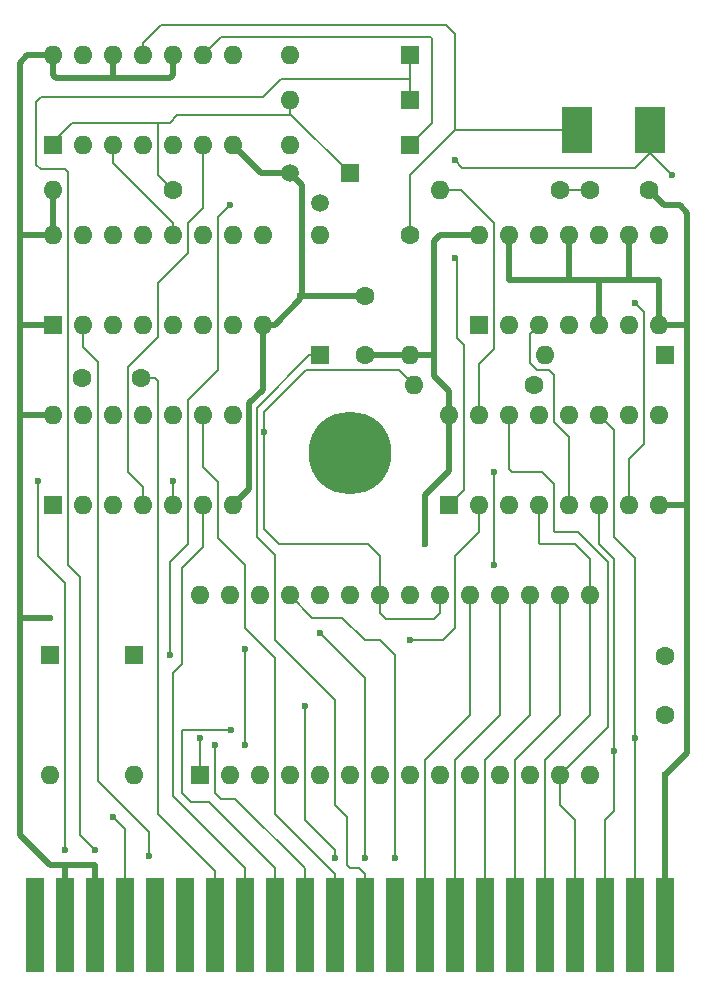
<source format=gbr>
%TF.GenerationSoftware,KiCad,Pcbnew,7.0.9+dfsg-1*%
%TF.CreationDate,2024-01-12T21:14:49+01:00*%
%TF.ProjectId,C64NIKI2,4336344e-494b-4493-922e-6b696361645f,rev?*%
%TF.SameCoordinates,Original*%
%TF.FileFunction,Copper,L1,Top*%
%TF.FilePolarity,Positive*%
%FSLAX46Y46*%
G04 Gerber Fmt 4.6, Leading zero omitted, Abs format (unit mm)*
G04 Created by KiCad (PCBNEW 7.0.9+dfsg-1) date 2024-01-12 21:14:49*
%MOMM*%
%LPD*%
G01*
G04 APERTURE LIST*
%TA.AperFunction,ComponentPad*%
%ADD10C,7.000000*%
%TD*%
%TA.AperFunction,SMDPad,CuDef*%
%ADD11R,1.524000X8.000000*%
%TD*%
%TA.AperFunction,ComponentPad*%
%ADD12R,1.600000X1.600000*%
%TD*%
%TA.AperFunction,ComponentPad*%
%ADD13O,1.600000X1.600000*%
%TD*%
%TA.AperFunction,ComponentPad*%
%ADD14C,1.600000*%
%TD*%
%TA.AperFunction,SMDPad,CuDef*%
%ADD15R,2.540000X3.871726*%
%TD*%
%TA.AperFunction,ComponentPad*%
%ADD16R,1.500000X1.500000*%
%TD*%
%TA.AperFunction,ComponentPad*%
%ADD17C,1.500000*%
%TD*%
%TA.AperFunction,ViaPad*%
%ADD18C,0.600000*%
%TD*%
%TA.AperFunction,Conductor*%
%ADD19C,0.200000*%
%TD*%
%TA.AperFunction,Conductor*%
%ADD20C,0.500000*%
%TD*%
G04 APERTURE END LIST*
D10*
%TO.P,J1,*%
%TO.N,*%
X120650000Y-132716274D03*
D11*
%TO.P,J1,1,Pin_1*%
%TO.N,GND*%
X93980000Y-172720000D03*
%TO.P,J1,2,Pin_2*%
%TO.N,VCC*%
X96520000Y-172720000D03*
%TO.P,J1,3,Pin_3*%
X99060000Y-172720000D03*
%TO.P,J1,4,Pin_4*%
%TO.N,/IRQ*%
X101600000Y-172720000D03*
%TO.P,J1,5,Pin_5*%
%TO.N,/RW*%
X104140000Y-172720000D03*
%TO.P,J1,6,Pin_6*%
%TO.N,/DOTC*%
X106680000Y-172720000D03*
%TO.P,J1,7,Pin_7*%
%TO.N,/IO1*%
X109220000Y-172720000D03*
%TO.P,J1,8,Pin_8*%
%TO.N,/GAME*%
X111760000Y-172720000D03*
%TO.P,J1,9,Pin_9*%
%TO.N,/EXROM*%
X114300000Y-172720000D03*
%TO.P,J1,10,Pin_10*%
%TO.N,/IO2*%
X116840000Y-172720000D03*
%TO.P,J1,11,Pin_11*%
%TO.N,/ROML*%
X119380000Y-172720000D03*
%TO.P,J1,12,Pin_12*%
%TO.N,/BA*%
X121920000Y-172720000D03*
%TO.P,J1,13,Pin_13*%
%TO.N,/DMA*%
X124460000Y-172720000D03*
%TO.P,J1,14,Pin_14*%
%TO.N,/D7*%
X127000000Y-172720000D03*
%TO.P,J1,15,Pin_15*%
%TO.N,/D6*%
X129540000Y-172720000D03*
%TO.P,J1,16,Pin_16*%
%TO.N,/D5*%
X132080000Y-172720000D03*
%TO.P,J1,17,Pin_17*%
%TO.N,/D4*%
X134620000Y-172720000D03*
%TO.P,J1,18,Pin_18*%
%TO.N,/D3*%
X137160000Y-172720000D03*
%TO.P,J1,19,Pin_19*%
%TO.N,/D2*%
X139700000Y-172720000D03*
%TO.P,J1,20,Pin_20*%
%TO.N,/D1*%
X142240000Y-172720000D03*
%TO.P,J1,21,Pin_21*%
%TO.N,/D0*%
X144780000Y-172720000D03*
%TO.P,J1,22,Pin_22*%
%TO.N,GND*%
X147320000Y-172720000D03*
%TD*%
D12*
%TO.P,U4,1*%
%TO.N,Net-(U5-Q2)*%
X131572000Y-121920000D03*
D13*
%TO.P,U4,2*%
%TO.N,Net-(U3-Pad10)*%
X134112000Y-121920000D03*
%TO.P,U4,3*%
%TO.N,Net-(U5-Q1)*%
X136652000Y-121920000D03*
%TO.P,U4,4*%
%TO.N,/EXROM*%
X139192000Y-121920000D03*
%TO.P,U4,5*%
%TO.N,GND*%
X141732000Y-121920000D03*
%TO.P,U4,6*%
%TO.N,unconnected-(U4-Pad6)*%
X144272000Y-121920000D03*
%TO.P,U4,7,GND*%
%TO.N,GND*%
X146812000Y-121920000D03*
%TO.P,U4,8*%
%TO.N,unconnected-(U4-Pad8)*%
X146812000Y-114300000D03*
%TO.P,U4,9*%
%TO.N,GND*%
X144272000Y-114300000D03*
%TO.P,U4,10*%
%TO.N,unconnected-(U4-Pad10)*%
X141732000Y-114300000D03*
%TO.P,U4,11*%
%TO.N,GND*%
X139192000Y-114300000D03*
%TO.P,U4,12*%
%TO.N,unconnected-(U4-Pad12)*%
X136652000Y-114300000D03*
%TO.P,U4,13*%
%TO.N,GND*%
X134112000Y-114300000D03*
%TO.P,U4,14,VCC*%
%TO.N,VCC*%
X131572000Y-114300000D03*
%TD*%
D14*
%TO.P,C3,1*%
%TO.N,Net-(Q1-B)*%
X141010000Y-110490000D03*
%TO.P,C3,2*%
%TO.N,GND*%
X146010000Y-110490000D03*
%TD*%
D12*
%TO.P,U1,1,~{R}*%
%TO.N,Net-(D4-A)*%
X95504000Y-106680000D03*
D13*
%TO.P,U1,2,D*%
%TO.N,VCC*%
X98044000Y-106680000D03*
%TO.P,U1,3,C*%
%TO.N,Net-(U1A-C)*%
X100584000Y-106680000D03*
%TO.P,U1,4,~{S}*%
%TO.N,VCC*%
X103124000Y-106680000D03*
%TO.P,U1,5,Q*%
%TO.N,Net-(U1A-Q)*%
X105664000Y-106680000D03*
%TO.P,U1,6,~{Q}*%
%TO.N,Net-(D3-A)*%
X108204000Y-106680000D03*
%TO.P,U1,7,GND*%
%TO.N,GND*%
X110744000Y-106680000D03*
%TO.P,U1,8,~{Q}*%
%TO.N,Net-(D1-K)*%
X110744000Y-99060000D03*
%TO.P,U1,9,Q*%
%TO.N,Net-(D5-K)*%
X108204000Y-99060000D03*
%TO.P,U1,10,~{S}*%
%TO.N,VCC*%
X105664000Y-99060000D03*
%TO.P,U1,11,C*%
%TO.N,Net-(U1B-C)*%
X103124000Y-99060000D03*
%TO.P,U1,12,D*%
%TO.N,VCC*%
X100584000Y-99060000D03*
%TO.P,U1,13,~{R}*%
%TO.N,Net-(D3-A)*%
X98044000Y-99060000D03*
%TO.P,U1,14,VCC*%
%TO.N,VCC*%
X95504000Y-99060000D03*
%TD*%
D14*
%TO.P,R3,1*%
%TO.N,Net-(Q1-B)*%
X138430000Y-110490000D03*
D13*
%TO.P,R3,2*%
%TO.N,Net-(U5-Q5)*%
X128270000Y-110490000D03*
%TD*%
D15*
%TO.P,SW1,1,1*%
%TO.N,Net-(U1B-C)*%
X139870000Y-105410000D03*
%TD*%
D16*
%TO.P,Q1,1,C*%
%TO.N,Net-(D4-A)*%
X120650000Y-109085000D03*
D17*
%TO.P,Q1,2,B*%
%TO.N,Net-(Q1-B)*%
X118110000Y-111625000D03*
%TO.P,Q1,3,E*%
%TO.N,GND*%
X115570000Y-109085000D03*
%TD*%
D14*
%TO.P,R1,1*%
%TO.N,Net-(D4-A)*%
X105664000Y-110490000D03*
D13*
%TO.P,R1,2*%
%TO.N,VCC*%
X95504000Y-110490000D03*
%TD*%
D14*
%TO.P,C4,1*%
%TO.N,VCC*%
X121920000Y-124460000D03*
%TO.P,C4,2*%
%TO.N,GND*%
X121920000Y-119460000D03*
%TD*%
D12*
%TO.P,D4,1,K*%
%TO.N,/RESET*%
X125730000Y-102870000D03*
D13*
%TO.P,D4,2,A*%
%TO.N,Net-(D4-A)*%
X115570000Y-102870000D03*
%TD*%
D12*
%TO.P,U2,1,~{MR}*%
%TO.N,VCC*%
X95504000Y-121920000D03*
D13*
%TO.P,U2,2,CP*%
%TO.N,/PHI2*%
X98044000Y-121920000D03*
%TO.P,U2,3,D0*%
%TO.N,unconnected-(U2-D0-Pad3)*%
X100584000Y-121920000D03*
%TO.P,U2,4,D1*%
%TO.N,unconnected-(U2-D1-Pad4)*%
X103124000Y-121920000D03*
%TO.P,U2,5,D2*%
%TO.N,unconnected-(U2-D2-Pad5)*%
X105664000Y-121920000D03*
%TO.P,U2,6,D3*%
%TO.N,unconnected-(U2-D3-Pad6)*%
X108204000Y-121920000D03*
%TO.P,U2,7,CEP*%
%TO.N,unconnected-(U2-CEP-Pad7)*%
X110744000Y-121920000D03*
%TO.P,U2,8,GND*%
%TO.N,GND*%
X113284000Y-121920000D03*
%TO.P,U2,9,~{PE}*%
%TO.N,Net-(D5-A)*%
X113284000Y-114300000D03*
%TO.P,U2,10,CET*%
%TO.N,unconnected-(U2-CET-Pad10)*%
X110744000Y-114300000D03*
%TO.P,U2,11,Q3*%
%TO.N,unconnected-(U2-Q3-Pad11)*%
X108204000Y-114300000D03*
%TO.P,U2,12,Q2*%
%TO.N,Net-(U1A-C)*%
X105664000Y-114300000D03*
%TO.P,U2,13,Q1*%
%TO.N,unconnected-(U2-Q1-Pad13)*%
X103124000Y-114300000D03*
%TO.P,U2,14,Q0*%
%TO.N,unconnected-(U2-Q0-Pad14)*%
X100584000Y-114300000D03*
%TO.P,U2,15,TC*%
%TO.N,unconnected-(U2-TC-Pad15)*%
X98044000Y-114300000D03*
%TO.P,U2,16,VCC*%
%TO.N,VCC*%
X95504000Y-114300000D03*
%TD*%
D14*
%TO.P,C2,1*%
%TO.N,GND*%
X97957000Y-126365000D03*
%TO.P,C2,2*%
%TO.N,/IO1*%
X102957000Y-126365000D03*
%TD*%
%TO.P,C1,1*%
%TO.N,/EXROM*%
X147320000Y-149900000D03*
%TO.P,C1,2*%
%TO.N,GND*%
X147320000Y-154900000D03*
%TD*%
D12*
%TO.P,U3,1*%
%TO.N,/GAME*%
X95504000Y-137160000D03*
D13*
%TO.P,U3,2*%
%TO.N,/ROMH*%
X98044000Y-137160000D03*
%TO.P,U3,3*%
%TO.N,Net-(U6-~{CE})*%
X100584000Y-137160000D03*
%TO.P,U3,4*%
%TO.N,Net-(D3-A)*%
X103124000Y-137160000D03*
%TO.P,U3,5*%
%TO.N,Net-(U5-Q2)*%
X105664000Y-137160000D03*
%TO.P,U3,6*%
%TO.N,/GAME*%
X108204000Y-137160000D03*
%TO.P,U3,7,GND*%
%TO.N,GND*%
X110744000Y-137160000D03*
%TO.P,U3,8*%
%TO.N,Net-(U6-~{CE})*%
X110744000Y-129540000D03*
%TO.P,U3,9*%
%TO.N,/ROML*%
X108204000Y-129540000D03*
%TO.P,U3,10*%
%TO.N,Net-(U3-Pad10)*%
X105664000Y-129540000D03*
%TO.P,U3,11*%
%TO.N,Net-(U6-~{CE})*%
X103124000Y-129540000D03*
%TO.P,U3,12*%
%TO.N,/IO2*%
X100584000Y-129540000D03*
%TO.P,U3,13*%
%TO.N,Net-(U3-Pad10)*%
X98044000Y-129540000D03*
%TO.P,U3,14,VCC*%
%TO.N,VCC*%
X95504000Y-129540000D03*
%TD*%
D14*
%TO.P,R2,1*%
%TO.N,VCC*%
X136271000Y-127000000D03*
D13*
%TO.P,R2,2*%
%TO.N,Net-(U6-~{CE})*%
X126111000Y-127000000D03*
%TD*%
D12*
%TO.P,D2,1,K*%
%TO.N,Net-(D1-K)*%
X102362000Y-149860000D03*
D13*
%TO.P,D2,2,A*%
%TO.N,/NMI*%
X102362000Y-160020000D03*
%TD*%
D14*
%TO.P,R4,1*%
%TO.N,Net-(U1B-C)*%
X125730000Y-114300000D03*
D13*
%TO.P,R4,2*%
%TO.N,VCC*%
X125730000Y-124460000D03*
%TD*%
D12*
%TO.P,D1,1,K*%
%TO.N,Net-(D1-K)*%
X95250000Y-149860000D03*
D13*
%TO.P,D1,2,A*%
%TO.N,/IRQ*%
X95250000Y-160020000D03*
%TD*%
D12*
%TO.P,D6,1,K*%
%TO.N,/BA*%
X118110000Y-124460000D03*
D13*
%TO.P,D6,2,A*%
%TO.N,Net-(D5-A)*%
X118110000Y-114300000D03*
%TD*%
D12*
%TO.P,D7,1,K*%
%TO.N,/RESET*%
X147320000Y-124460000D03*
D13*
%TO.P,D7,2,A*%
%TO.N,/EXROM*%
X137160000Y-124460000D03*
%TD*%
D12*
%TO.P,D3,1,K*%
%TO.N,/RESET*%
X125730000Y-99060000D03*
D13*
%TO.P,D3,2,A*%
%TO.N,Net-(D3-A)*%
X115570000Y-99060000D03*
%TD*%
D12*
%TO.P,U6,1,VPP*%
%TO.N,Net-(JP1-C)*%
X107950000Y-160020000D03*
D13*
%TO.P,U6,2,A12*%
%TO.N,/A12*%
X110490000Y-160020000D03*
%TO.P,U6,3,A7*%
%TO.N,/A7*%
X113030000Y-160020000D03*
%TO.P,U6,4,A6*%
%TO.N,/A6*%
X115570000Y-160020000D03*
%TO.P,U6,5,A5*%
%TO.N,/A5*%
X118110000Y-160020000D03*
%TO.P,U6,6,A4*%
%TO.N,/A4*%
X120650000Y-160020000D03*
%TO.P,U6,7,A3*%
%TO.N,/A3*%
X123190000Y-160020000D03*
%TO.P,U6,8,A2*%
%TO.N,/A2*%
X125730000Y-160020000D03*
%TO.P,U6,9,A1*%
%TO.N,/A1*%
X128270000Y-160020000D03*
%TO.P,U6,10,A0*%
%TO.N,/A0*%
X130810000Y-160020000D03*
%TO.P,U6,11,D0*%
%TO.N,/D0*%
X133350000Y-160020000D03*
%TO.P,U6,12,D1*%
%TO.N,/D1*%
X135890000Y-160020000D03*
%TO.P,U6,13,D2*%
%TO.N,/D2*%
X138430000Y-160020000D03*
%TO.P,U6,14,GND*%
%TO.N,GND*%
X140970000Y-160020000D03*
%TO.P,U6,15,D3*%
%TO.N,/D3*%
X140970000Y-144780000D03*
%TO.P,U6,16,D4*%
%TO.N,/D4*%
X138430000Y-144780000D03*
%TO.P,U6,17,D5*%
%TO.N,/D5*%
X135890000Y-144780000D03*
%TO.P,U6,18,D6*%
%TO.N,/D6*%
X133350000Y-144780000D03*
%TO.P,U6,19,D7*%
%TO.N,/D7*%
X130810000Y-144780000D03*
%TO.P,U6,20,~{CE}*%
%TO.N,Net-(U6-~{CE})*%
X128270000Y-144780000D03*
%TO.P,U6,21,A10*%
%TO.N,/A10*%
X125730000Y-144780000D03*
%TO.P,U6,22,~{OE}*%
%TO.N,Net-(U6-~{CE})*%
X123190000Y-144780000D03*
%TO.P,U6,23,A11*%
%TO.N,/A11*%
X120650000Y-144780000D03*
%TO.P,U6,24,A9*%
%TO.N,/A9*%
X118110000Y-144780000D03*
%TO.P,U6,25,A8*%
%TO.N,/A8*%
X115570000Y-144780000D03*
%TO.P,U6,26,A13*%
%TO.N,Net-(U5-Q3)*%
X113030000Y-144780000D03*
%TO.P,U6,27,A14*%
%TO.N,Net-(JP2-C)*%
X110490000Y-144780000D03*
%TO.P,U6,28,VCC*%
%TO.N,VCC*%
X107950000Y-144780000D03*
%TD*%
D12*
%TO.P,U5,1,~{Mr}*%
%TO.N,Net-(U1A-Q)*%
X129032000Y-137160000D03*
D13*
%TO.P,U5,2,Q0*%
%TO.N,Net-(JP1-B)*%
X131572000Y-137160000D03*
%TO.P,U5,3,D0*%
%TO.N,/D4*%
X134112000Y-137160000D03*
%TO.P,U5,4,D1*%
%TO.N,/D3*%
X136652000Y-137160000D03*
%TO.P,U5,5,Q1*%
%TO.N,Net-(U5-Q1)*%
X139192000Y-137160000D03*
%TO.P,U5,6,D2*%
%TO.N,/D1*%
X141732000Y-137160000D03*
%TO.P,U5,7,Q2*%
%TO.N,Net-(U5-Q2)*%
X144272000Y-137160000D03*
%TO.P,U5,8,GND*%
%TO.N,GND*%
X146812000Y-137160000D03*
%TO.P,U5,9,Cp*%
%TO.N,/IO1*%
X146812000Y-129540000D03*
%TO.P,U5,10,Q3*%
%TO.N,Net-(U5-Q3)*%
X144272000Y-129540000D03*
%TO.P,U5,11,D3*%
%TO.N,/D0*%
X141732000Y-129540000D03*
%TO.P,U5,12,Q4*%
%TO.N,unconnected-(U5-Q4-Pad12)*%
X139192000Y-129540000D03*
%TO.P,U5,13,D4*%
%TO.N,unconnected-(U5-D4-Pad13)*%
X136652000Y-129540000D03*
%TO.P,U5,14,D5*%
%TO.N,/D2*%
X134112000Y-129540000D03*
%TO.P,U5,15,Q5*%
%TO.N,Net-(U5-Q5)*%
X131572000Y-129540000D03*
%TO.P,U5,16,VCC*%
%TO.N,VCC*%
X129032000Y-129540000D03*
%TD*%
D12*
%TO.P,D5,1,K*%
%TO.N,Net-(D5-K)*%
X125730000Y-106680000D03*
D13*
%TO.P,D5,2,A*%
%TO.N,Net-(D5-A)*%
X115570000Y-106680000D03*
%TD*%
D15*
%TO.P,SW2,1,1*%
%TO.N,/RESET*%
X146050000Y-105410000D03*
%TD*%
D18*
%TO.N,VCC*%
X127000000Y-140462000D03*
X95250000Y-146685000D03*
%TO.N,Net-(U6-~{CE})*%
X113411000Y-130937000D03*
%TO.N,GND*%
X116459000Y-119460000D03*
X147320000Y-160020000D03*
%TO.N,/D0*%
X144780000Y-156845000D03*
%TO.N,/D1*%
X143002000Y-157988000D03*
%TO.N,/A10*%
X116840000Y-154178000D03*
X119380000Y-167005000D03*
%TO.N,/A11*%
X111760000Y-149352000D03*
X111760000Y-157480000D03*
%TO.N,/A9*%
X118110000Y-147955000D03*
X121920000Y-167005000D03*
%TO.N,/A8*%
X124460000Y-167005000D03*
%TO.N,Net-(U5-Q3)*%
X132842000Y-134366000D03*
X132842000Y-142240000D03*
%TO.N,Net-(JP1-C)*%
X107950000Y-156845000D03*
%TO.N,Net-(U1A-Q)*%
X129540000Y-116205000D03*
%TO.N,Net-(U5-Q2)*%
X144780000Y-120015000D03*
X105664000Y-135128000D03*
%TO.N,Net-(JP1-B)*%
X125730000Y-148590000D03*
%TO.N,/PHI2*%
X103632000Y-166878000D03*
%TO.N,/EXROM*%
X110617000Y-156210000D03*
%TO.N,/ROMH*%
X96520000Y-166370000D03*
X94234000Y-135128000D03*
%TO.N,Net-(D1-K)*%
X105410000Y-149860000D03*
X110490000Y-111760000D03*
%TO.N,/IO2*%
X109220000Y-157480000D03*
%TO.N,/RESET*%
X129540000Y-107950000D03*
X147955000Y-109220000D03*
X99060000Y-166370000D03*
%TO.N,/IRQ*%
X100584000Y-163576000D03*
%TD*%
D19*
%TO.N,/IO1*%
X109220000Y-172720000D02*
X109220000Y-168148000D01*
X109220000Y-168148000D02*
X104394000Y-163322000D01*
X104394000Y-163322000D02*
X104394000Y-126619000D01*
X104394000Y-126619000D02*
X104140000Y-126365000D01*
X104140000Y-126365000D02*
X102957000Y-126365000D01*
D20*
%TO.N,VCC*%
X100584000Y-100965000D02*
X105410000Y-100965000D01*
X105410000Y-100965000D02*
X105664000Y-100711000D01*
X105664000Y-100711000D02*
X105664000Y-99060000D01*
X95758000Y-100965000D02*
X100584000Y-100965000D01*
X95504000Y-99060000D02*
X95504000Y-100711000D01*
X95504000Y-100711000D02*
X95758000Y-100965000D01*
X100584000Y-100965000D02*
X100584000Y-99060000D01*
D19*
%TO.N,/RESET*%
X99060000Y-166370000D02*
X97790000Y-165100000D01*
X97790000Y-165100000D02*
X97790000Y-143256000D01*
X96520000Y-108712000D02*
X94488000Y-108712000D01*
X97790000Y-143256000D02*
X96774000Y-142240000D01*
X94488000Y-108712000D02*
X94107000Y-108331000D01*
X96774000Y-142240000D02*
X96774000Y-108966000D01*
X94107000Y-108331000D02*
X94107000Y-102997000D01*
X96774000Y-108966000D02*
X96520000Y-108712000D01*
X94107000Y-102997000D02*
X94488000Y-102616000D01*
X94488000Y-102616000D02*
X113268183Y-102616000D01*
X113268183Y-102616000D02*
X114792183Y-101092000D01*
X114792183Y-101092000D02*
X125730000Y-101092000D01*
D20*
%TO.N,VCC*%
X95504000Y-99060000D02*
X95494000Y-99050000D01*
X95494000Y-99050000D02*
X93355000Y-99050000D01*
X93355000Y-99050000D02*
X92710000Y-99695000D01*
X92710000Y-99695000D02*
X92710000Y-114300000D01*
X92710000Y-114300000D02*
X92720000Y-114290000D01*
D19*
%TO.N,Net-(U1B-C)*%
X103124000Y-99060000D02*
X103124000Y-98044000D01*
X103124000Y-98044000D02*
X104648000Y-96520000D01*
X104648000Y-96520000D02*
X128778000Y-96520000D01*
X128778000Y-96520000D02*
X129540000Y-97282000D01*
X129540000Y-97282000D02*
X129540000Y-105410000D01*
%TO.N,Net-(D5-K)*%
X125730000Y-106680000D02*
X127635000Y-104775000D01*
X127635000Y-104775000D02*
X127635000Y-97663000D01*
X127635000Y-97663000D02*
X127508000Y-97536000D01*
X127508000Y-97536000D02*
X109728000Y-97536000D01*
X109728000Y-97536000D02*
X108204000Y-99060000D01*
D20*
%TO.N,GND*%
X110744000Y-106680000D02*
X113149000Y-109085000D01*
X113149000Y-109085000D02*
X115570000Y-109085000D01*
D19*
%TO.N,Net-(D3-A)*%
X103124000Y-137160000D02*
X103124000Y-135636000D01*
X106934000Y-115824000D02*
X106934000Y-113284000D01*
X108204000Y-112014000D02*
X108204000Y-106680000D01*
X103124000Y-135636000D02*
X101854000Y-134366000D01*
X101854000Y-134366000D02*
X101854000Y-125476000D01*
X101854000Y-125476000D02*
X104394000Y-122936000D01*
X104394000Y-122936000D02*
X104394000Y-118364000D01*
X104394000Y-118364000D02*
X106934000Y-115824000D01*
X106934000Y-113284000D02*
X108204000Y-112014000D01*
%TO.N,Net-(U1A-C)*%
X105664000Y-114300000D02*
X105664000Y-113284000D01*
X105664000Y-113284000D02*
X100584000Y-108204000D01*
X100584000Y-108204000D02*
X100584000Y-106680000D01*
%TO.N,Net-(D4-A)*%
X105410000Y-104775000D02*
X97155000Y-104775000D01*
X97155000Y-104775000D02*
X95504000Y-106426000D01*
X95504000Y-106426000D02*
X95504000Y-106680000D01*
X105410000Y-104775000D02*
X104394000Y-104775000D01*
X104394000Y-109220000D02*
X105664000Y-110490000D01*
X104394000Y-104775000D02*
X104394000Y-109220000D01*
D20*
%TO.N,GND*%
X116459000Y-119460000D02*
X116586000Y-119333000D01*
X116586000Y-119333000D02*
X116586000Y-110101000D01*
X116586000Y-110101000D02*
X115570000Y-109085000D01*
X116459000Y-119741000D02*
X114280000Y-121920000D01*
X116459000Y-119460000D02*
X116459000Y-119741000D01*
X114280000Y-121920000D02*
X113284000Y-121920000D01*
X116459000Y-119460000D02*
X121920000Y-119460000D01*
X110744000Y-137160000D02*
X112141000Y-135763000D01*
X112141000Y-135763000D02*
X112141000Y-128524000D01*
X112141000Y-128524000D02*
X113284000Y-127381000D01*
X113284000Y-127381000D02*
X113284000Y-121920000D01*
D19*
%TO.N,Net-(D1-K)*%
X105410000Y-149860000D02*
X105410000Y-141986000D01*
X105410000Y-141986000D02*
X106934000Y-140462000D01*
X106934000Y-140462000D02*
X106934000Y-128270000D01*
X106934000Y-128270000D02*
X109474000Y-125730000D01*
X109474000Y-125730000D02*
X109474000Y-112776000D01*
X109474000Y-112776000D02*
X110490000Y-111760000D01*
%TO.N,/ROML*%
X119380000Y-172720000D02*
X119380000Y-168402000D01*
X119380000Y-168402000D02*
X114300000Y-163322000D01*
X114300000Y-163322000D02*
X114300000Y-150114000D01*
X111760000Y-142240000D02*
X109474000Y-139954000D01*
X114300000Y-150114000D02*
X111760000Y-147574000D01*
X109474000Y-139954000D02*
X109474000Y-135170683D01*
X111760000Y-147574000D02*
X111760000Y-142240000D01*
X109474000Y-135170683D02*
X108204000Y-133900683D01*
X108204000Y-133900683D02*
X108204000Y-129540000D01*
%TO.N,Net-(U6-~{CE})*%
X113411000Y-130937000D02*
X113411000Y-129286000D01*
X113411000Y-129286000D02*
X116967000Y-125730000D01*
X116967000Y-125730000D02*
X124841000Y-125730000D01*
X124841000Y-125730000D02*
X126111000Y-127000000D01*
X113411000Y-130937000D02*
X113411000Y-139192000D01*
X113411000Y-139192000D02*
X114681000Y-140462000D01*
X114681000Y-140462000D02*
X122174000Y-140462000D01*
X122174000Y-140462000D02*
X123190000Y-141478000D01*
X123190000Y-141478000D02*
X123190000Y-144780000D01*
%TO.N,/BA*%
X121920000Y-172720000D02*
X121920000Y-168402000D01*
X121920000Y-168402000D02*
X121412000Y-167894000D01*
X121412000Y-167894000D02*
X120650000Y-167894000D01*
X120650000Y-167894000D02*
X120396000Y-167640000D01*
X119380000Y-162560000D02*
X119380000Y-153670000D01*
X112776000Y-139827000D02*
X112776000Y-128905000D01*
X120396000Y-167640000D02*
X120396000Y-163576000D01*
X120396000Y-163576000D02*
X119380000Y-162560000D01*
X114300000Y-141351000D02*
X112776000Y-139827000D01*
X119380000Y-153670000D02*
X114300000Y-148590000D01*
X112776000Y-128905000D02*
X117221000Y-124460000D01*
X114300000Y-148590000D02*
X114300000Y-141351000D01*
X117221000Y-124460000D02*
X118110000Y-124460000D01*
%TO.N,/PHI2*%
X103632000Y-166878000D02*
X103632000Y-164846000D01*
X103632000Y-164846000D02*
X99314000Y-160528000D01*
X99314000Y-160528000D02*
X99314000Y-125023365D01*
X99314000Y-125023365D02*
X98044000Y-123753365D01*
X98044000Y-123753365D02*
X98044000Y-121920000D01*
D20*
%TO.N,VCC*%
X95504000Y-110490000D02*
X95504000Y-114300000D01*
X95504000Y-114300000D02*
X95494000Y-114290000D01*
X95494000Y-114290000D02*
X92720000Y-114290000D01*
X92720000Y-121910000D02*
X95494000Y-121910000D01*
X95494000Y-121910000D02*
X95504000Y-121920000D01*
X92720000Y-129530000D02*
X95494000Y-129530000D01*
X95494000Y-129530000D02*
X95504000Y-129540000D01*
D19*
%TO.N,/GAME*%
X111760000Y-172720000D02*
X111760000Y-167894000D01*
X105664000Y-151384000D02*
X106426000Y-150622000D01*
X111760000Y-167894000D02*
X105664000Y-161798000D01*
X106426000Y-142494000D02*
X108204000Y-140716000D01*
X105664000Y-161798000D02*
X105664000Y-151384000D01*
X106426000Y-150622000D02*
X106426000Y-142494000D01*
X108204000Y-140716000D02*
X108204000Y-137160000D01*
%TO.N,Net-(U5-Q2)*%
X105664000Y-135128000D02*
X105664000Y-137160000D01*
D20*
%TO.N,GND*%
X139192000Y-118110000D02*
X134112000Y-118110000D01*
X134112000Y-118110000D02*
X134112000Y-114300000D01*
X141732000Y-118110000D02*
X139192000Y-118110000D01*
X139192000Y-118110000D02*
X139192000Y-114300000D01*
X144272000Y-118110000D02*
X141732000Y-118110000D01*
X141732000Y-118110000D02*
X141732000Y-121920000D01*
X146812000Y-118110000D02*
X144272000Y-118110000D01*
X146812000Y-121920000D02*
X146812000Y-118110000D01*
X144272000Y-118110000D02*
X144272000Y-114300000D01*
%TO.N,VCC*%
X127762000Y-124460000D02*
X127762000Y-126238000D01*
X127762000Y-114808000D02*
X127762000Y-124460000D01*
X127762000Y-124460000D02*
X125730000Y-124460000D01*
D19*
%TO.N,/A10*%
X116840000Y-154178000D02*
X116840000Y-163830000D01*
X116840000Y-163830000D02*
X119380000Y-166370000D01*
X119380000Y-166370000D02*
X119380000Y-167005000D01*
%TO.N,Net-(U1A-Q)*%
X129540000Y-116205000D02*
X129710000Y-116375000D01*
X129710000Y-116375000D02*
X129710000Y-123020000D01*
X129710000Y-123020000D02*
X130302000Y-123612000D01*
X130302000Y-123612000D02*
X130302000Y-135890000D01*
X130302000Y-135890000D02*
X129032000Y-137160000D01*
D20*
%TO.N,VCC*%
X131572000Y-114300000D02*
X128270000Y-114300000D01*
X128270000Y-114300000D02*
X127762000Y-114808000D01*
X129032000Y-127508000D02*
X129032000Y-129540000D01*
X127762000Y-126238000D02*
X129032000Y-127508000D01*
D19*
%TO.N,Net-(U5-Q5)*%
X128270000Y-110490000D02*
X130048000Y-110490000D01*
X130048000Y-110490000D02*
X132842000Y-113284000D01*
X131572000Y-125222000D02*
X131572000Y-129540000D01*
X132842000Y-113284000D02*
X132842000Y-123952000D01*
X132842000Y-123952000D02*
X131572000Y-125222000D01*
%TO.N,Net-(U5-Q1)*%
X139192000Y-137160000D02*
X139192000Y-131435635D01*
X139192000Y-131435635D02*
X137922000Y-130165635D01*
X137922000Y-130165635D02*
X137922000Y-126111000D01*
X137922000Y-126111000D02*
X137541000Y-125730000D01*
X136525000Y-125730000D02*
X135890000Y-125095000D01*
X137541000Y-125730000D02*
X136525000Y-125730000D01*
X135890000Y-125095000D02*
X135890000Y-122682000D01*
X135890000Y-122682000D02*
X136652000Y-121920000D01*
%TO.N,Net-(U5-Q2)*%
X144272000Y-137160000D02*
X144272000Y-133223000D01*
X145542000Y-131953000D02*
X145542000Y-120777000D01*
X144272000Y-133223000D02*
X145542000Y-131953000D01*
X145542000Y-120777000D02*
X144780000Y-120015000D01*
D20*
%TO.N,GND*%
X146812000Y-121920000D02*
X149210000Y-121920000D01*
X146812000Y-137160000D02*
X149210000Y-137160000D01*
D19*
%TO.N,Net-(JP1-B)*%
X131572000Y-137160000D02*
X131572000Y-139446000D01*
X131572000Y-139446000D02*
X129540000Y-141478000D01*
X129540000Y-141478000D02*
X129540000Y-147574000D01*
X129540000Y-147574000D02*
X128524000Y-148590000D01*
X128524000Y-148590000D02*
X125730000Y-148590000D01*
%TO.N,Net-(U5-Q3)*%
X132842000Y-142240000D02*
X132842000Y-134366000D01*
%TO.N,/D3*%
X140970000Y-144780000D02*
X140970000Y-141732000D01*
X140970000Y-141732000D02*
X139700000Y-140462000D01*
X139700000Y-140462000D02*
X136779000Y-140462000D01*
X136779000Y-140462000D02*
X136652000Y-140335000D01*
X136652000Y-140335000D02*
X136652000Y-137160000D01*
D20*
%TO.N,VCC*%
X127000000Y-140462000D02*
X127000000Y-136271000D01*
X127000000Y-136271000D02*
X129032000Y-134239000D01*
X129032000Y-134239000D02*
X129032000Y-129540000D01*
D19*
%TO.N,/D2*%
X138430000Y-160020000D02*
X142494000Y-155956000D01*
X142494000Y-155956000D02*
X142494000Y-141986000D01*
X142494000Y-141986000D02*
X139954000Y-139446000D01*
X137922000Y-139319000D02*
X137922000Y-135382000D01*
X137922000Y-135382000D02*
X136906000Y-134366000D01*
X139954000Y-139446000D02*
X138049000Y-139446000D01*
X138049000Y-139446000D02*
X137922000Y-139319000D01*
X134366000Y-134366000D02*
X134112000Y-134112000D01*
X136906000Y-134366000D02*
X134366000Y-134366000D01*
X134112000Y-134112000D02*
X134112000Y-129540000D01*
%TO.N,/D1*%
X143002000Y-157988000D02*
X143002000Y-141732000D01*
X141732000Y-140462000D02*
X141732000Y-137160000D01*
X143002000Y-141732000D02*
X141732000Y-140462000D01*
%TO.N,/D0*%
X144780000Y-156845000D02*
X144780000Y-141605000D01*
X144780000Y-141605000D02*
X143002000Y-139827000D01*
X143002000Y-139827000D02*
X143002000Y-130810000D01*
X143002000Y-130810000D02*
X141732000Y-129540000D01*
%TO.N,Net-(U1B-C)*%
X129540000Y-105410000D02*
X125730000Y-109220000D01*
X125730000Y-109220000D02*
X125730000Y-114300000D01*
X139870000Y-105410000D02*
X129540000Y-105410000D01*
D20*
%TO.N,VCC*%
X92710000Y-146685000D02*
X95250000Y-146685000D01*
X96520000Y-172720000D02*
X96520000Y-167640000D01*
X92720000Y-121910000D02*
X92720000Y-129530000D01*
X92720000Y-114290000D02*
X92720000Y-121910000D01*
X99060000Y-167640000D02*
X99060000Y-172720000D01*
X92710000Y-146685000D02*
X92710000Y-129540000D01*
X125730000Y-124460000D02*
X121920000Y-124460000D01*
X96520000Y-167640000D02*
X99060000Y-167640000D01*
X92710000Y-165100000D02*
X95250000Y-167640000D01*
X92720000Y-121910000D02*
X92710000Y-121920000D01*
X92710000Y-129540000D02*
X92720000Y-129530000D01*
X95250000Y-167640000D02*
X96520000Y-167640000D01*
X92710000Y-146685000D02*
X92710000Y-165100000D01*
D19*
%TO.N,Net-(Q1-B)*%
X141010000Y-110490000D02*
X138430000Y-110490000D01*
%TO.N,Net-(U6-~{CE})*%
X128270000Y-146304000D02*
X127762000Y-146812000D01*
X128270000Y-144780000D02*
X128270000Y-146304000D01*
X123698000Y-146812000D02*
X123190000Y-146304000D01*
X127762000Y-146812000D02*
X123698000Y-146812000D01*
X123190000Y-146304000D02*
X123190000Y-144780000D01*
%TO.N,Net-(D4-A)*%
X115570000Y-104140000D02*
X115705000Y-104140000D01*
X115705000Y-104140000D02*
X120650000Y-109085000D01*
X115570000Y-102870000D02*
X115570000Y-104140000D01*
X115570000Y-104140000D02*
X106045000Y-104140000D01*
X106045000Y-104140000D02*
X105410000Y-104775000D01*
D20*
%TO.N,GND*%
X147320000Y-160020000D02*
X149225000Y-158115000D01*
X147280000Y-111760000D02*
X146010000Y-110490000D01*
X149225000Y-137160000D02*
X149225000Y-121920000D01*
X147320000Y-172720000D02*
X147320000Y-160020000D01*
X148590000Y-111760000D02*
X147280000Y-111760000D01*
X149225000Y-158115000D02*
X149225000Y-137160000D01*
X149225000Y-121920000D02*
X149225000Y-112395000D01*
X149225000Y-112395000D02*
X148590000Y-111760000D01*
D19*
%TO.N,/D0*%
X144780000Y-172720000D02*
X144780000Y-156845000D01*
%TO.N,/D1*%
X142240000Y-163830000D02*
X143002000Y-163068000D01*
X143002000Y-163068000D02*
X143002000Y-157988000D01*
X142240000Y-172720000D02*
X142240000Y-163830000D01*
%TO.N,/D2*%
X138430000Y-162560000D02*
X138430000Y-160020000D01*
X139700000Y-172720000D02*
X139700000Y-163830000D01*
X139700000Y-163830000D02*
X138430000Y-162560000D01*
%TO.N,/D3*%
X137160000Y-158750000D02*
X140970000Y-154940000D01*
X140970000Y-154940000D02*
X140970000Y-144780000D01*
X137160000Y-172720000D02*
X137160000Y-158750000D01*
%TO.N,/D4*%
X134620000Y-172720000D02*
X134620000Y-158750000D01*
X134620000Y-158750000D02*
X138430000Y-154940000D01*
X138430000Y-154940000D02*
X138430000Y-144780000D01*
%TO.N,/D5*%
X135890000Y-154940000D02*
X135890000Y-144780000D01*
X132080000Y-172720000D02*
X132080000Y-158750000D01*
X132080000Y-158750000D02*
X135890000Y-154940000D01*
%TO.N,/D6*%
X129540000Y-172720000D02*
X129540000Y-158750000D01*
X129540000Y-158750000D02*
X133350000Y-154940000D01*
X133350000Y-154940000D02*
X133350000Y-144780000D01*
%TO.N,/D7*%
X130810000Y-154940000D02*
X130810000Y-144780000D01*
X127000000Y-172720000D02*
X127000000Y-158750000D01*
X127000000Y-158750000D02*
X130810000Y-154940000D01*
%TO.N,/A11*%
X111760000Y-157480000D02*
X111760000Y-149352000D01*
%TO.N,/A9*%
X121920000Y-167005000D02*
X121920000Y-151765000D01*
X121920000Y-151765000D02*
X118110000Y-147955000D01*
%TO.N,/A8*%
X117475000Y-146685000D02*
X115570000Y-144780000D01*
X123190000Y-148590000D02*
X121920000Y-148590000D01*
X120015000Y-146685000D02*
X117475000Y-146685000D01*
X124460000Y-149860000D02*
X123190000Y-148590000D01*
X121920000Y-148590000D02*
X120015000Y-146685000D01*
X124460000Y-167005000D02*
X124460000Y-149860000D01*
%TO.N,Net-(JP1-C)*%
X107950000Y-160020000D02*
X107950000Y-156845000D01*
%TO.N,/EXROM*%
X106426000Y-161544000D02*
X107188000Y-162306000D01*
X114300000Y-167894000D02*
X114300000Y-172720000D01*
X106426000Y-156210000D02*
X106426000Y-161544000D01*
X110617000Y-156210000D02*
X106426000Y-156210000D01*
X107188000Y-162306000D02*
X108712000Y-162306000D01*
X108712000Y-162306000D02*
X114300000Y-167894000D01*
%TO.N,/ROMH*%
X96520000Y-143764000D02*
X94234000Y-141478000D01*
X96520000Y-166370000D02*
X96520000Y-143764000D01*
X94234000Y-141478000D02*
X94234000Y-135128000D01*
%TO.N,/IO2*%
X116840000Y-172720000D02*
X116840000Y-168148000D01*
X109728000Y-162052000D02*
X109220000Y-161544000D01*
X116840000Y-167925635D02*
X110966365Y-162052000D01*
X109220000Y-161544000D02*
X109220000Y-157480000D01*
X110966365Y-162052000D02*
X109728000Y-162052000D01*
X116840000Y-168148000D02*
X116840000Y-167925635D01*
%TO.N,/RESET*%
X144780000Y-108585000D02*
X130175000Y-108585000D01*
X130175000Y-108585000D02*
X129540000Y-107950000D01*
X147955000Y-109220000D02*
X146050000Y-107315000D01*
X146050000Y-107315000D02*
X146050000Y-105410000D01*
X125730000Y-99060000D02*
X125730000Y-101092000D01*
X125730000Y-101092000D02*
X125730000Y-102870000D01*
X146050000Y-107315000D02*
X144780000Y-108585000D01*
%TO.N,/IRQ*%
X101600000Y-164592000D02*
X101600000Y-172720000D01*
X100584000Y-163576000D02*
X101600000Y-164592000D01*
%TD*%
M02*

</source>
